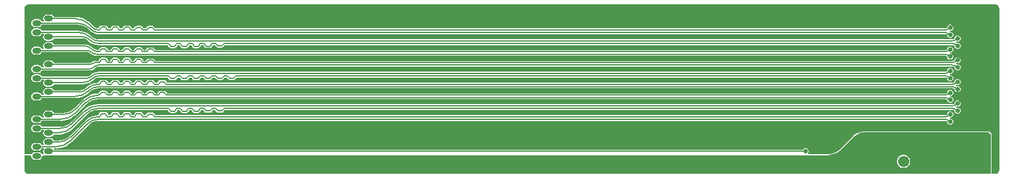
<source format=gbl>
G04*
G04 #@! TF.GenerationSoftware,Altium Limited,Altium Designer,22.3.1 (43)*
G04*
G04 Layer_Physical_Order=2*
G04 Layer_Color=16711680*
%FSLAX25Y25*%
%MOIN*%
G70*
G04*
G04 #@! TF.SameCoordinates,E818B628-65F0-44BA-8D72-483C3118F3C7*
G04*
G04*
G04 #@! TF.FilePolarity,Positive*
G04*
G01*
G75*
%ADD27C,0.04134*%
%ADD28C,0.06102*%
%ADD29C,0.00700*%
%ADD31O,0.04921X0.03150*%
%ADD32C,0.02800*%
%ADD33C,0.02500*%
%ADD34C,0.01400*%
G36*
X591211Y371640D02*
D01*
X591697Y371551D01*
X592118Y371467D01*
X592886Y370953D01*
X593400Y370185D01*
X593488Y369743D01*
X593573Y369278D01*
X593573Y368778D01*
X593573Y281722D01*
X593573Y281722D01*
X593488Y281257D01*
X593400Y280815D01*
X592886Y280047D01*
X592118Y279533D01*
X591230Y279357D01*
X591211Y279360D01*
X589892D01*
X589392Y279361D01*
Y300687D01*
X589370Y300738D01*
X589381Y300792D01*
X589343Y300984D01*
X589312Y301030D01*
Y301086D01*
X589237Y301266D01*
X589198Y301305D01*
X589187Y301360D01*
X589114Y301470D01*
X589073Y301497D01*
X589055Y301543D01*
X588714Y301901D01*
X588707Y301904D01*
X588705Y301911D01*
X588670Y301925D01*
X588652Y301958D01*
X588276Y302245D01*
X588257Y302251D01*
X588246Y302267D01*
X588245Y302268D01*
X588192Y302278D01*
X588153Y302317D01*
X587860Y302438D01*
X587805D01*
X587759Y302469D01*
X587447Y302531D01*
X587393Y302520D01*
X587342Y302541D01*
X520008D01*
X519956Y302520D01*
X519902Y302531D01*
X517970Y302147D01*
X517924Y302116D01*
X517869D01*
X516049Y301362D01*
X516009Y301323D01*
X515955Y301312D01*
X514317Y300218D01*
X514286Y300171D01*
X514235Y300150D01*
X513539Y299454D01*
X513539Y299454D01*
X506906Y292821D01*
X506218Y292198D01*
X504666Y291160D01*
X502953Y290451D01*
X501122Y290087D01*
X500195Y290041D01*
X489745D01*
X489538Y290541D01*
X489656Y290659D01*
X489907Y291265D01*
Y291922D01*
X489656Y292528D01*
X489192Y292992D01*
X488585Y293243D01*
X487929D01*
X487322Y292992D01*
X486858Y292528D01*
X486830Y292460D01*
X80070Y292460D01*
X79893Y292744D01*
X80157Y293227D01*
X80927D01*
Y293205D01*
X82849Y293357D01*
X84724Y293807D01*
X86505Y294545D01*
X88149Y295552D01*
X89615Y296805D01*
X89615Y296805D01*
X89954Y297173D01*
X98751Y305970D01*
X98757Y305979D01*
X99897Y306915D01*
X101208Y307615D01*
X102629Y308047D01*
X104097Y308191D01*
X104108Y308189D01*
X563862Y308189D01*
X563851D01*
X563862Y308189D01*
X564350Y308189D01*
X564814Y308102D01*
X565107Y308043D01*
X565118Y308036D01*
Y307486D01*
X565369Y306880D01*
X565833Y306416D01*
X566439Y306165D01*
X567096D01*
X567702Y306416D01*
X568166Y306880D01*
X568418Y307486D01*
Y308143D01*
X568166Y308749D01*
X567702Y309213D01*
X567096Y309465D01*
X566548D01*
X566458Y309611D01*
X566529Y310027D01*
X566548Y310047D01*
X567096D01*
X567702Y310298D01*
X568166Y310762D01*
X568418Y311369D01*
Y312025D01*
X568166Y312632D01*
X567702Y313096D01*
X567096Y313347D01*
X566439D01*
X565833Y313096D01*
X565369Y312632D01*
X565118Y312025D01*
Y311475D01*
X565107Y311468D01*
X564362Y311320D01*
X564350Y311322D01*
X156055Y311322D01*
X156055Y311322D01*
X134808D01*
X134722Y311756D01*
X134392Y312249D01*
X133899Y312578D01*
X133318Y312694D01*
Y312681D01*
X131398D01*
Y312694D01*
X130817Y312578D01*
X130324Y312249D01*
X129994Y311756D01*
X129908Y311322D01*
X128852D01*
X128437Y311527D01*
X128322Y312108D01*
X127992Y312601D01*
X127499Y312930D01*
X126918Y313046D01*
Y313034D01*
X124998D01*
Y313046D01*
X124417Y312930D01*
X123924Y312601D01*
X123594Y312108D01*
X123479Y311527D01*
X123064Y311322D01*
X122452D01*
X122037Y311527D01*
X121922Y312108D01*
X121592Y312601D01*
X121099Y312930D01*
X120518Y313046D01*
Y313034D01*
X118598D01*
Y313046D01*
X118017Y312930D01*
X117524Y312601D01*
X117194Y312108D01*
X117079Y311527D01*
X116664Y311322D01*
X116052D01*
X115637Y311527D01*
X115522Y312108D01*
X115192Y312601D01*
X114699Y312930D01*
X114118Y313046D01*
Y313034D01*
X112198D01*
Y313046D01*
X111617Y312930D01*
X111124Y312601D01*
X110794Y312108D01*
X110679Y311527D01*
X110264Y311322D01*
X109652D01*
X109237Y311527D01*
X109122Y312108D01*
X108792Y312601D01*
X108299Y312930D01*
X107718Y313046D01*
Y313034D01*
X105798D01*
Y313046D01*
X105217Y312930D01*
X104724Y312601D01*
X104394Y312108D01*
X104323Y311750D01*
X104181Y311478D01*
X103865Y311320D01*
X102430Y311207D01*
X100794Y310814D01*
X99239Y310170D01*
X97804Y309291D01*
X96525Y308198D01*
X96536Y308187D01*
X96536Y308187D01*
X88485Y300135D01*
X88464Y300105D01*
X87107Y298990D01*
X85526Y298145D01*
X83810Y297625D01*
X82062Y297453D01*
X82026Y297460D01*
X79845D01*
X79424Y298089D01*
X78738Y298548D01*
X77928Y298709D01*
X76157D01*
X75347Y298548D01*
X74661Y298089D01*
X74202Y297403D01*
X74041Y296593D01*
X74202Y295784D01*
X74419Y295460D01*
X74151Y294960D01*
X73270D01*
X72849Y295589D01*
X72163Y296048D01*
X71354Y296209D01*
X69582D01*
X68772Y296048D01*
X68086Y295589D01*
X67628Y294903D01*
X67466Y294093D01*
X67628Y293284D01*
X68086Y292598D01*
X68772Y292139D01*
X69582Y291978D01*
X71354D01*
X72163Y292139D01*
X72849Y292598D01*
X73270Y293227D01*
X74151D01*
X74419Y292727D01*
X74202Y292403D01*
X74041Y291593D01*
X74202Y290784D01*
X74364Y290541D01*
X74097Y290041D01*
X73782D01*
X73774Y290038D01*
X73752Y290032D01*
X73729Y290039D01*
X73365Y289921D01*
X73091Y290228D01*
X72849Y290589D01*
X72163Y291048D01*
X71354Y291209D01*
X69582D01*
X68772Y291048D01*
X68086Y290589D01*
X67844Y290228D01*
X67571Y289921D01*
X67206Y290039D01*
X67183Y290032D01*
X67162Y290038D01*
X67153Y290041D01*
X63832D01*
Y369278D01*
X63828Y369298D01*
X64004Y370185D01*
X64518Y370953D01*
X65287Y371467D01*
X65728Y371555D01*
X66193Y371640D01*
X66694Y371640D01*
X590722Y371640D01*
X591211Y371640D01*
D02*
G37*
G36*
X587653Y301938D02*
X587946Y301817D01*
X587947Y301816D01*
X588322Y301528D01*
Y301528D01*
X588663Y301170D01*
X588737Y301059D01*
X588812Y300879D01*
X588850Y300687D01*
Y279360D01*
X66694Y279360D01*
X66193Y279360D01*
X65729Y279445D01*
X65287Y279533D01*
X64518Y280047D01*
X64004Y280815D01*
X63916Y281257D01*
X63832Y281722D01*
X63832D01*
Y289500D01*
X67153D01*
X67470Y289113D01*
X67466Y289093D01*
X67628Y288284D01*
X68086Y287598D01*
X68772Y287139D01*
X69582Y286978D01*
X71354D01*
X72163Y287139D01*
X72849Y287598D01*
X73308Y288284D01*
X73469Y289093D01*
X73465Y289113D01*
X73782Y289500D01*
X76046D01*
X76157Y289478D01*
X77928D01*
X78039Y289500D01*
X500208D01*
X501188Y289548D01*
X503111Y289931D01*
X504922Y290681D01*
X506552Y291770D01*
X507279Y292429D01*
Y292429D01*
X513921Y299071D01*
X514618Y299767D01*
X516256Y300862D01*
X518076Y301616D01*
X520008Y302000D01*
X587342D01*
X587653Y301938D01*
D02*
G37*
%LPC*%
G36*
X77928Y366079D02*
X76157D01*
X75347Y365918D01*
X74661Y365459D01*
X74202Y364773D01*
X74041Y363963D01*
X74202Y363154D01*
X74419Y362830D01*
X74151Y362330D01*
X73270D01*
X72849Y362959D01*
X72163Y363418D01*
X71354Y363579D01*
X69582D01*
X68772Y363418D01*
X68086Y362959D01*
X67628Y362273D01*
X67466Y361463D01*
X67628Y360654D01*
X68086Y359967D01*
X68772Y359509D01*
X69582Y359348D01*
X71354D01*
X72163Y359509D01*
X72849Y359967D01*
X73270Y360597D01*
X92384D01*
X92420Y360604D01*
X94168Y360432D01*
X95883Y359911D01*
X97464Y359066D01*
X98822Y357952D01*
X98842Y357922D01*
X99366Y357397D01*
X99355Y357386D01*
X100374Y356550D01*
X101536Y355929D01*
X102797Y355547D01*
X104108Y355418D01*
Y355433D01*
X564350D01*
X564362Y355436D01*
X565107Y355287D01*
X565118Y355280D01*
Y354731D01*
X565369Y354124D01*
X565833Y353660D01*
X566439Y353409D01*
X567096D01*
X567702Y353660D01*
X568166Y354124D01*
X568418Y354731D01*
Y355387D01*
X568166Y355993D01*
X567702Y356457D01*
X567096Y356709D01*
X566548D01*
X566458Y356855D01*
X566529Y357271D01*
X566548Y357291D01*
X567096D01*
X567702Y357542D01*
X568166Y358007D01*
X568418Y358613D01*
Y359269D01*
X568166Y359876D01*
X567702Y360340D01*
X567096Y360591D01*
X566439D01*
X565833Y360340D01*
X565369Y359876D01*
X565118Y359269D01*
Y358719D01*
X565107Y358712D01*
X564362Y358564D01*
X564350Y358567D01*
X134804D01*
X134722Y358981D01*
X134392Y359474D01*
X133899Y359804D01*
X133318Y359919D01*
Y359907D01*
X131398D01*
Y359919D01*
X130817Y359804D01*
X130324Y359474D01*
X129994Y358981D01*
X129912Y358567D01*
X128419D01*
X128322Y359056D01*
X127992Y359549D01*
X127499Y359879D01*
X126918Y359994D01*
Y359982D01*
X124998D01*
Y359994D01*
X124417Y359879D01*
X123924Y359549D01*
X123594Y359056D01*
X123497Y358567D01*
X122520D01*
X122037Y358608D01*
X121922Y359189D01*
X121592Y359682D01*
X121099Y360011D01*
X120518Y360127D01*
Y360114D01*
X118598D01*
Y360127D01*
X118017Y360011D01*
X117524Y359682D01*
X117194Y359189D01*
X117079Y358608D01*
X116596Y358567D01*
X116120D01*
X115637Y358608D01*
X115522Y359189D01*
X115192Y359682D01*
X114699Y360011D01*
X114118Y360127D01*
Y360114D01*
X112198D01*
Y360127D01*
X111617Y360011D01*
X111124Y359682D01*
X110794Y359189D01*
X110679Y358608D01*
X110196Y358567D01*
X109720D01*
X109237Y358608D01*
X109122Y359189D01*
X108792Y359682D01*
X108299Y360011D01*
X107718Y360127D01*
Y360114D01*
X105798D01*
Y360127D01*
X105217Y360011D01*
X104724Y359682D01*
X104394Y359189D01*
X104351Y358969D01*
X104132Y358609D01*
X103781Y358612D01*
X103184Y358691D01*
X102323Y359048D01*
X101584Y359615D01*
X101582Y359613D01*
X101582Y359613D01*
X100311Y360884D01*
X99973Y361252D01*
X99973Y361252D01*
X98506Y362505D01*
X96863Y363512D01*
X95081Y364250D01*
X93206Y364700D01*
X91284Y364851D01*
Y364830D01*
X79845D01*
X79424Y365459D01*
X78738Y365918D01*
X77928Y366079D01*
D02*
G37*
G36*
X71354Y358579D02*
X69582D01*
X68772Y358418D01*
X68086Y357959D01*
X67628Y357273D01*
X67466Y356463D01*
X67628Y355654D01*
X68086Y354967D01*
X68772Y354509D01*
X69582Y354348D01*
X71354D01*
X72163Y354509D01*
X72849Y354967D01*
X73270Y355597D01*
X74151D01*
X74419Y355097D01*
X74202Y354773D01*
X74041Y353963D01*
X74202Y353154D01*
X74661Y352467D01*
X75347Y352009D01*
X76157Y351848D01*
X77928D01*
X78738Y352009D01*
X79424Y352467D01*
X79845Y353097D01*
X95492D01*
X95497Y353098D01*
X96552Y352959D01*
X97540Y352550D01*
X98002Y352195D01*
X98372Y351881D01*
X99601Y350872D01*
X101004Y350123D01*
X102525Y349661D01*
X104108Y349505D01*
Y349528D01*
X141516D01*
X141926Y349312D01*
X142042Y348730D01*
X142371Y348237D01*
X142864Y347908D01*
X143445Y347792D01*
Y347805D01*
X145365D01*
Y347792D01*
X145947Y347908D01*
X146439Y348237D01*
X146769Y348730D01*
X146884Y349312D01*
X147295Y349528D01*
X147915D01*
X148326Y349312D01*
X148442Y348730D01*
X148771Y348237D01*
X149264Y347908D01*
X149845Y347792D01*
Y347805D01*
X151765D01*
Y347792D01*
X152347Y347908D01*
X152839Y348237D01*
X153169Y348730D01*
X153284Y349312D01*
X153695Y349528D01*
X154315D01*
X154726Y349312D01*
X154842Y348730D01*
X155171Y348237D01*
X155664Y347908D01*
X156245Y347792D01*
Y347805D01*
X158165D01*
Y347792D01*
X158747Y347908D01*
X159239Y348237D01*
X159569Y348730D01*
X159684Y349312D01*
X160095Y349528D01*
X160647D01*
X161126Y349476D01*
X161242Y348895D01*
X161571Y348402D01*
X162064Y348073D01*
X162645Y347957D01*
Y347970D01*
X164565D01*
Y347957D01*
X165147Y348073D01*
X165639Y348402D01*
X165969Y348895D01*
X166084Y349476D01*
X166563Y349528D01*
X167559D01*
X167642Y349113D01*
X167971Y348620D01*
X168464Y348291D01*
X169045Y348175D01*
Y348188D01*
X170965D01*
Y348175D01*
X171546Y348291D01*
X172039Y348620D01*
X172369Y349113D01*
X172451Y349528D01*
X567771D01*
Y349523D01*
X568642Y349409D01*
X569117Y349212D01*
Y348825D01*
X569369Y348218D01*
X569833Y347754D01*
X570439Y347503D01*
X571096D01*
X571702Y347754D01*
X572166Y348218D01*
X572417Y348825D01*
Y349481D01*
X572166Y350088D01*
X571702Y350552D01*
X571096Y350803D01*
X570439D01*
X570189Y350699D01*
X569984Y350811D01*
Y351378D01*
X570189Y351490D01*
X570439Y351386D01*
X571096D01*
X571702Y351637D01*
X572166Y352101D01*
X572417Y352708D01*
Y353364D01*
X572166Y353970D01*
X571702Y354434D01*
X571096Y354686D01*
X570439D01*
X569833Y354434D01*
X569369Y353970D01*
X569117Y353364D01*
Y352977D01*
X568642Y352780D01*
X567771Y352666D01*
Y352661D01*
X104108D01*
X104080Y352656D01*
X102823Y352821D01*
X101625Y353317D01*
X100984Y353809D01*
X100615Y354125D01*
X100241Y354445D01*
X99303Y355246D01*
X97831Y356148D01*
X96236Y356809D01*
X94557Y357212D01*
X92836Y357347D01*
Y357330D01*
X73270D01*
X72849Y357959D01*
X72163Y358418D01*
X71354Y358579D01*
D02*
G37*
G36*
X77928Y351079D02*
X76157D01*
X75347Y350918D01*
X74661Y350459D01*
X74202Y349773D01*
X74041Y348963D01*
X74202Y348154D01*
X74387Y347877D01*
X74120Y347377D01*
X73239D01*
X72849Y347959D01*
X72163Y348418D01*
X71354Y348579D01*
X69582D01*
X68772Y348418D01*
X68086Y347959D01*
X67628Y347273D01*
X67466Y346463D01*
X67628Y345654D01*
X68086Y344968D01*
X68772Y344509D01*
X69582Y344348D01*
X71354D01*
X72163Y344509D01*
X72849Y344968D01*
X73301Y345643D01*
X98388D01*
Y345626D01*
X98716Y345561D01*
X98994Y345375D01*
X98997Y345378D01*
X99913Y344627D01*
X100956Y344069D01*
X102089Y343726D01*
X103267Y343610D01*
Y343622D01*
X564350D01*
X564362Y343624D01*
X565107Y343476D01*
X565118Y343469D01*
Y342919D01*
X565369Y342313D01*
X565833Y341849D01*
X566439Y341598D01*
X567096D01*
X567702Y341849D01*
X568166Y342313D01*
X568418Y342919D01*
Y343576D01*
X568166Y344182D01*
X567702Y344647D01*
X567096Y344898D01*
X566548D01*
X566458Y345044D01*
X566529Y345460D01*
X566548Y345480D01*
X567096D01*
X567702Y345731D01*
X568166Y346196D01*
X568418Y346802D01*
Y347458D01*
X568166Y348065D01*
X567702Y348529D01*
X567096Y348780D01*
X566439D01*
X565833Y348529D01*
X565369Y348065D01*
X565118Y347458D01*
Y346908D01*
X565107Y346901D01*
X564362Y346753D01*
X564350Y346756D01*
X141849Y346756D01*
X141849Y346756D01*
X141499Y346756D01*
X134825Y346756D01*
X134722Y347274D01*
X134392Y347766D01*
X133899Y348096D01*
X133318Y348212D01*
Y348199D01*
X131398D01*
Y348212D01*
X130817Y348096D01*
X130324Y347766D01*
X129994Y347274D01*
X129891Y346756D01*
X128936D01*
X128437Y346759D01*
X128322Y347341D01*
X127992Y347833D01*
X127499Y348163D01*
X126918Y348278D01*
Y348266D01*
X124998D01*
Y348278D01*
X124417Y348163D01*
X123924Y347833D01*
X123594Y347341D01*
X123479Y346759D01*
X122980Y346756D01*
X122536D01*
X122037Y346759D01*
X121922Y347341D01*
X121592Y347833D01*
X121099Y348163D01*
X120518Y348278D01*
Y348266D01*
X118598D01*
Y348278D01*
X118017Y348163D01*
X117524Y347833D01*
X117194Y347341D01*
X117079Y346759D01*
X116580Y346756D01*
X116136D01*
X115637Y346759D01*
X115522Y347341D01*
X115192Y347833D01*
X114699Y348163D01*
X114118Y348278D01*
Y348266D01*
X112198D01*
Y348278D01*
X111617Y348163D01*
X111124Y347833D01*
X110794Y347341D01*
X110679Y346759D01*
X110180Y346756D01*
X109736D01*
X109237Y346759D01*
X109122Y347341D01*
X108792Y347833D01*
X108299Y348163D01*
X107718Y348278D01*
Y348266D01*
X105798D01*
Y348278D01*
X105217Y348163D01*
X104724Y347833D01*
X104394Y347341D01*
X104279Y346760D01*
X104046Y346774D01*
X103792Y346791D01*
X102907Y346907D01*
X101788Y347371D01*
X101212Y347813D01*
X100839Y348121D01*
X100839Y348121D01*
X99949Y348852D01*
X98934Y349394D01*
X97831Y349729D01*
X96685Y349842D01*
Y349830D01*
X79845D01*
X79424Y350459D01*
X78738Y350918D01*
X77928Y351079D01*
D02*
G37*
G36*
X571096Y342875D02*
X570439D01*
X569833Y342623D01*
X569369Y342159D01*
X569117Y341553D01*
Y341166D01*
X568642Y340969D01*
X567771Y340855D01*
Y340850D01*
X134804D01*
X134722Y341265D01*
X134392Y341758D01*
X133899Y342087D01*
X133318Y342203D01*
Y342190D01*
X131398D01*
Y342203D01*
X130817Y342087D01*
X130324Y341758D01*
X129994Y341265D01*
X129912Y340850D01*
X128892D01*
X128437Y340960D01*
X128322Y341541D01*
X127992Y342034D01*
X127499Y342363D01*
X126918Y342479D01*
Y342466D01*
X124998D01*
Y342479D01*
X124417Y342363D01*
X123924Y342034D01*
X123594Y341541D01*
X123479Y340960D01*
X123024Y340850D01*
X122456D01*
X122037Y341047D01*
X121922Y341628D01*
X121592Y342121D01*
X121099Y342450D01*
X120518Y342566D01*
Y342554D01*
X118598D01*
Y342566D01*
X118017Y342450D01*
X117524Y342121D01*
X117194Y341628D01*
X117079Y341047D01*
X116660Y340850D01*
X116056D01*
X115637Y341047D01*
X115522Y341628D01*
X115192Y342121D01*
X114699Y342450D01*
X114118Y342566D01*
Y342554D01*
X112198D01*
Y342566D01*
X111617Y342450D01*
X111124Y342121D01*
X110794Y341628D01*
X110679Y341047D01*
X110260Y340850D01*
X109656D01*
X109237Y341047D01*
X109122Y341628D01*
X108792Y342121D01*
X108299Y342450D01*
X107718Y342566D01*
Y342554D01*
X105798D01*
Y342566D01*
X105217Y342450D01*
X104724Y342121D01*
X104394Y341628D01*
X104279Y341047D01*
X103860Y340850D01*
X102160D01*
Y340882D01*
X101184Y340688D01*
X100357Y340136D01*
X100357Y340136D01*
X99956Y339897D01*
X99697Y339845D01*
Y339830D01*
X79845D01*
X79424Y340459D01*
X78738Y340918D01*
X77928Y341079D01*
X76157D01*
X75347Y340918D01*
X74661Y340459D01*
X74202Y339773D01*
X74041Y338963D01*
X74202Y338154D01*
X74419Y337830D01*
X74151Y337330D01*
X73270D01*
X72849Y337959D01*
X72163Y338418D01*
X71354Y338579D01*
X69582D01*
X68772Y338418D01*
X68086Y337959D01*
X67628Y337273D01*
X67466Y336463D01*
X67628Y335654D01*
X68086Y334967D01*
X68772Y334509D01*
X69582Y334348D01*
X71354D01*
X72163Y334509D01*
X72849Y334967D01*
X73270Y335597D01*
X98990D01*
Y335576D01*
X100136Y335726D01*
X101204Y336169D01*
X102120Y336872D01*
Y336872D01*
X102121Y336888D01*
X102697Y337329D01*
X103377Y337611D01*
X104108Y337707D01*
Y337717D01*
X104108Y337717D01*
X567771D01*
Y337712D01*
X568642Y337597D01*
X569117Y337401D01*
Y337014D01*
X569369Y336407D01*
X569833Y335943D01*
X570439Y335692D01*
X571096D01*
X571702Y335943D01*
X572166Y336407D01*
X572417Y337014D01*
Y337670D01*
X572166Y338277D01*
X571702Y338741D01*
X571096Y338992D01*
X570439D01*
X570189Y338888D01*
X569984Y339000D01*
Y339567D01*
X570189Y339679D01*
X570439Y339575D01*
X571096D01*
X571702Y339826D01*
X572166Y340290D01*
X572417Y340896D01*
Y341553D01*
X572166Y342159D01*
X571702Y342623D01*
X571096Y342875D01*
D02*
G37*
G36*
X567096Y336969D02*
X566439D01*
X565833Y336718D01*
X565369Y336254D01*
X565118Y335647D01*
Y335098D01*
X565107Y335090D01*
X564362Y334942D01*
X564350Y334945D01*
X104108D01*
Y334958D01*
X102878Y334837D01*
X101696Y334478D01*
X100607Y333896D01*
X99652Y333112D01*
Y333113D01*
X99652Y333109D01*
X99110Y332693D01*
X98476Y332430D01*
X97796Y332341D01*
Y332330D01*
X73270D01*
X72849Y332959D01*
X72163Y333418D01*
X71354Y333579D01*
X69582D01*
X68772Y333418D01*
X68086Y332959D01*
X67628Y332273D01*
X67466Y331463D01*
X67628Y330654D01*
X68086Y329967D01*
X68772Y329509D01*
X69582Y329348D01*
X71354D01*
X72163Y329509D01*
X72849Y329967D01*
X73270Y330597D01*
X74151D01*
X74419Y330097D01*
X74202Y329773D01*
X74041Y328963D01*
X74202Y328154D01*
X74661Y327467D01*
X75347Y327009D01*
X76157Y326848D01*
X77928D01*
X78738Y327009D01*
X79424Y327467D01*
X79845Y328097D01*
X95140D01*
Y328067D01*
X97005Y328251D01*
X98798Y328795D01*
X100450Y329678D01*
X101898Y330866D01*
Y330866D01*
X101900Y330897D01*
X102534Y331383D01*
X103293Y331698D01*
X104108Y331805D01*
Y331811D01*
X141954D01*
X142042Y331369D01*
X142371Y330876D01*
X142864Y330546D01*
X143445Y330431D01*
Y330443D01*
X145365D01*
Y330431D01*
X145947Y330546D01*
X146439Y330876D01*
X146769Y331369D01*
X146857Y331811D01*
X148354D01*
X148442Y331369D01*
X148771Y330876D01*
X149264Y330546D01*
X149845Y330431D01*
Y330443D01*
X151765D01*
Y330431D01*
X152347Y330546D01*
X152839Y330876D01*
X153169Y331369D01*
X153257Y331811D01*
X154753D01*
X154842Y331369D01*
X155171Y330876D01*
X155664Y330546D01*
X156245Y330431D01*
Y330443D01*
X158165D01*
Y330431D01*
X158747Y330546D01*
X159239Y330876D01*
X159569Y331369D01*
X159657Y331811D01*
X161169D01*
X161242Y331444D01*
X161571Y330951D01*
X162064Y330622D01*
X162645Y330506D01*
Y330519D01*
X164565D01*
Y330506D01*
X165147Y330622D01*
X165639Y330951D01*
X165969Y331444D01*
X166042Y331811D01*
X167571D01*
X167642Y331456D01*
X167971Y330963D01*
X168464Y330634D01*
X169045Y330519D01*
Y330531D01*
X170965D01*
Y330519D01*
X171546Y330634D01*
X172039Y330963D01*
X172369Y331456D01*
X172439Y331811D01*
X173959D01*
X174042Y331396D01*
X174371Y330904D01*
X174864Y330574D01*
X175445Y330459D01*
Y330471D01*
X177365D01*
Y330459D01*
X177946Y330574D01*
X178439Y330904D01*
X178769Y331396D01*
X178851Y331811D01*
X185041D01*
X185041Y331811D01*
X563862Y331811D01*
X563851D01*
X563862Y331811D01*
X564350Y331811D01*
X564814Y331724D01*
X565107Y331665D01*
X565118Y331658D01*
Y331108D01*
X565369Y330502D01*
X565833Y330038D01*
X566439Y329787D01*
X567096D01*
X567702Y330038D01*
X568166Y330502D01*
X568418Y331108D01*
Y331765D01*
X568166Y332371D01*
X567702Y332835D01*
X567096Y333087D01*
X566548D01*
X566458Y333233D01*
X566529Y333649D01*
X566548Y333669D01*
X567096D01*
X567702Y333920D01*
X568166Y334384D01*
X568418Y334991D01*
Y335647D01*
X568166Y336254D01*
X567702Y336718D01*
X567096Y336969D01*
D02*
G37*
G36*
X571096Y331064D02*
X570439D01*
X569833Y330812D01*
X569369Y330348D01*
X569117Y329742D01*
Y329355D01*
X568642Y329158D01*
X567771Y329044D01*
Y329039D01*
X141204D01*
X141122Y329454D01*
X140792Y329947D01*
X140299Y330276D01*
X139718Y330392D01*
Y330379D01*
X137798D01*
Y330392D01*
X137217Y330276D01*
X136724Y329947D01*
X136395Y329454D01*
X136312Y329039D01*
X134813D01*
X134722Y329501D01*
X134392Y329994D01*
X133899Y330323D01*
X133318Y330439D01*
Y330427D01*
X131398D01*
Y330439D01*
X130817Y330323D01*
X130324Y329994D01*
X129994Y329501D01*
X129903Y329039D01*
X128431D01*
X128322Y329589D01*
X127992Y330082D01*
X127499Y330411D01*
X126918Y330527D01*
Y330514D01*
X124998D01*
Y330527D01*
X124417Y330411D01*
X123924Y330082D01*
X123594Y329589D01*
X123485Y329039D01*
X122031D01*
X121922Y329589D01*
X121592Y330082D01*
X121099Y330411D01*
X120518Y330527D01*
Y330514D01*
X118598D01*
Y330527D01*
X118017Y330411D01*
X117524Y330082D01*
X117194Y329589D01*
X117085Y329039D01*
X115631D01*
X115522Y329589D01*
X115192Y330082D01*
X114699Y330411D01*
X114118Y330527D01*
Y330514D01*
X112198D01*
Y330527D01*
X111617Y330411D01*
X111124Y330082D01*
X110794Y329589D01*
X110685Y329039D01*
X109231D01*
X109122Y329589D01*
X108792Y330082D01*
X108299Y330411D01*
X107718Y330527D01*
Y330514D01*
X105798D01*
Y330527D01*
X105217Y330411D01*
X104724Y330082D01*
X104394Y329589D01*
X104369Y329463D01*
X104108Y329071D01*
X102146Y328878D01*
X100259Y328305D01*
X98521Y327376D01*
X96997Y326125D01*
X96997Y326125D01*
X96631Y325800D01*
X96121Y325409D01*
X95072Y324974D01*
X93958Y324828D01*
X93947Y324830D01*
X79845D01*
X79424Y325459D01*
X78738Y325918D01*
X77928Y326079D01*
X76157D01*
X75347Y325918D01*
X74661Y325459D01*
X74202Y324773D01*
X74041Y323963D01*
X74202Y323154D01*
X74419Y322830D01*
X74151Y322330D01*
X73270D01*
X72849Y322959D01*
X72163Y323418D01*
X71354Y323579D01*
X69582D01*
X68772Y323418D01*
X68086Y322959D01*
X67628Y322273D01*
X67466Y321463D01*
X67628Y320654D01*
X68086Y319968D01*
X68772Y319509D01*
X69582Y319348D01*
X71354D01*
X72163Y319509D01*
X72849Y319968D01*
X73270Y320597D01*
X91291D01*
Y320579D01*
X93051Y320717D01*
X94768Y321129D01*
X96399Y321805D01*
X97905Y322728D01*
X99248Y323874D01*
Y323874D01*
X99249Y323898D01*
X100279Y324744D01*
X101471Y325381D01*
X102763Y325773D01*
X104108Y325905D01*
Y325906D01*
X567771D01*
Y325901D01*
X568642Y325786D01*
X569117Y325590D01*
Y325203D01*
X569369Y324597D01*
X569833Y324132D01*
X570439Y323881D01*
X571096D01*
X571702Y324132D01*
X572166Y324597D01*
X572417Y325203D01*
Y325859D01*
X572166Y326466D01*
X571702Y326930D01*
X571096Y327181D01*
X570439D01*
X570189Y327077D01*
X569984Y327188D01*
Y327756D01*
X570189Y327868D01*
X570439Y327764D01*
X571096D01*
X571702Y328015D01*
X572166Y328479D01*
X572417Y329085D01*
Y329742D01*
X572166Y330348D01*
X571702Y330812D01*
X571096Y331064D01*
D02*
G37*
G36*
X567096Y325158D02*
X566439D01*
X565833Y324907D01*
X565369Y324443D01*
X565118Y323836D01*
Y323287D01*
X565107Y323279D01*
X564362Y323131D01*
X564350Y323133D01*
X141204D01*
X141122Y323548D01*
X140792Y324041D01*
X140299Y324371D01*
X139718Y324486D01*
Y324474D01*
X137798D01*
Y324486D01*
X137217Y324371D01*
X136724Y324041D01*
X136395Y323548D01*
X136312Y323133D01*
X134821D01*
X134722Y323633D01*
X134392Y324126D01*
X133899Y324456D01*
X133318Y324571D01*
Y324559D01*
X131398D01*
Y324571D01*
X130817Y324456D01*
X130324Y324126D01*
X129994Y323633D01*
X129895Y323133D01*
X128433D01*
X128322Y323691D01*
X127992Y324184D01*
X127499Y324513D01*
X126918Y324629D01*
Y324616D01*
X124998D01*
Y324629D01*
X124417Y324513D01*
X123924Y324184D01*
X123594Y323691D01*
X123484Y323133D01*
X122032D01*
X121922Y323691D01*
X121592Y324184D01*
X121099Y324513D01*
X120518Y324629D01*
Y324616D01*
X118598D01*
Y324629D01*
X118017Y324513D01*
X117524Y324184D01*
X117194Y323691D01*
X117084Y323133D01*
X115632D01*
X115522Y323691D01*
X115192Y324184D01*
X114699Y324513D01*
X114118Y324629D01*
Y324616D01*
X112198D01*
Y324629D01*
X111617Y324513D01*
X111124Y324184D01*
X110794Y323691D01*
X110684Y323133D01*
X109232D01*
X109122Y323691D01*
X108792Y324184D01*
X108299Y324513D01*
X107718Y324629D01*
Y324616D01*
X105798D01*
Y324629D01*
X105217Y324513D01*
X104724Y324184D01*
X104394Y323691D01*
X104366Y323548D01*
X104108Y323155D01*
X102186Y323004D01*
X100311Y322553D01*
X98529Y321815D01*
X96885Y320808D01*
X95419Y319556D01*
X95434Y319541D01*
X95434Y319541D01*
X91029Y315135D01*
X91008Y315105D01*
X89650Y313990D01*
X88070Y313145D01*
X86354Y312625D01*
X84606Y312453D01*
X84570Y312460D01*
X79845D01*
X79424Y313089D01*
X78738Y313548D01*
X77928Y313709D01*
X76157D01*
X75347Y313548D01*
X74661Y313089D01*
X74202Y312403D01*
X74041Y311593D01*
X74202Y310784D01*
X74419Y310460D01*
X74151Y309960D01*
X73270D01*
X72849Y310589D01*
X72163Y311048D01*
X71354Y311209D01*
X69582D01*
X68772Y311048D01*
X68086Y310589D01*
X67628Y309903D01*
X67466Y309093D01*
X67628Y308284D01*
X68086Y307598D01*
X68772Y307139D01*
X69582Y306978D01*
X71354D01*
X72163Y307139D01*
X72849Y307598D01*
X73270Y308227D01*
X83470D01*
Y308206D01*
X85393Y308357D01*
X87268Y308807D01*
X89049Y309545D01*
X90693Y310552D01*
X92159Y311805D01*
X92144Y311820D01*
X92144Y311820D01*
X97650Y317325D01*
X97670Y317356D01*
X99028Y318470D01*
X100609Y319315D01*
X102324Y319835D01*
X104072Y320007D01*
X104108Y320000D01*
X564350D01*
X564362Y320003D01*
X565107Y319854D01*
X565118Y319847D01*
Y319297D01*
X565369Y318691D01*
X565833Y318227D01*
X566439Y317976D01*
X567096D01*
X567702Y318227D01*
X568166Y318691D01*
X568418Y319297D01*
Y319954D01*
X568166Y320560D01*
X567702Y321024D01*
X567096Y321276D01*
X566548D01*
X566458Y321422D01*
X566529Y321838D01*
X566548Y321858D01*
X567096D01*
X567702Y322109D01*
X568166Y322573D01*
X568418Y323180D01*
Y323836D01*
X568166Y324443D01*
X567702Y324907D01*
X567096Y325158D01*
D02*
G37*
G36*
X571096Y319253D02*
X570439D01*
X569833Y319001D01*
X569369Y318537D01*
X569117Y317931D01*
Y317544D01*
X568642Y317347D01*
X567771Y317232D01*
Y317228D01*
X104108D01*
Y317249D01*
X102186Y317098D01*
X100311Y316648D01*
X98529Y315910D01*
X96885Y314902D01*
X95419Y313650D01*
X95434Y313635D01*
X95434Y313635D01*
X89434Y307635D01*
X89414Y307605D01*
X88056Y306490D01*
X86475Y305645D01*
X84760Y305125D01*
X83012Y304953D01*
X82976Y304960D01*
X73270D01*
X72849Y305589D01*
X72163Y306048D01*
X71354Y306209D01*
X69582D01*
X68772Y306048D01*
X68086Y305589D01*
X67628Y304903D01*
X67466Y304093D01*
X67628Y303284D01*
X68086Y302598D01*
X68772Y302139D01*
X69582Y301978D01*
X71354D01*
X72163Y302139D01*
X72849Y302598D01*
X73270Y303227D01*
X74151D01*
X74419Y302727D01*
X74202Y302403D01*
X74041Y301593D01*
X74202Y300784D01*
X74661Y300098D01*
X75347Y299639D01*
X76157Y299478D01*
X77928D01*
X78738Y299639D01*
X79424Y300098D01*
X79845Y300727D01*
X81876D01*
Y300706D01*
X83798Y300857D01*
X85673Y301307D01*
X87454Y302045D01*
X89099Y303052D01*
X90565Y304305D01*
X90565Y304305D01*
X90903Y304673D01*
X97650Y311420D01*
X97670Y311450D01*
X99028Y312564D01*
X100609Y313409D01*
X102324Y313930D01*
X104072Y314102D01*
X104108Y314095D01*
X141446D01*
X141926Y314047D01*
X142042Y313465D01*
X142371Y312972D01*
X142864Y312643D01*
X143445Y312527D01*
Y312540D01*
X145365D01*
Y312527D01*
X145947Y312643D01*
X146439Y312972D01*
X146769Y313465D01*
X146884Y314047D01*
X147364Y314095D01*
X147846D01*
X148326Y314047D01*
X148442Y313465D01*
X148771Y312972D01*
X149264Y312643D01*
X149845Y312527D01*
Y312540D01*
X151765D01*
Y312527D01*
X152347Y312643D01*
X152839Y312972D01*
X153169Y313465D01*
X153284Y314047D01*
X153764Y314095D01*
X154246D01*
X154726Y314047D01*
X154842Y313465D01*
X155171Y312972D01*
X155664Y312643D01*
X156245Y312527D01*
Y312540D01*
X158165D01*
Y312527D01*
X158747Y312643D01*
X159239Y312972D01*
X159569Y313465D01*
X159684Y314047D01*
X160164Y314095D01*
X161156D01*
X161242Y313665D01*
X161571Y313172D01*
X162064Y312843D01*
X162645Y312727D01*
Y312740D01*
X164565D01*
Y312727D01*
X165147Y312843D01*
X165639Y313172D01*
X165969Y313665D01*
X166054Y314095D01*
X167559D01*
X167642Y313680D01*
X167971Y313187D01*
X168464Y312858D01*
X169045Y312742D01*
Y312755D01*
X170965D01*
Y312742D01*
X171546Y312858D01*
X172039Y313187D01*
X172369Y313680D01*
X172451Y314095D01*
X567771D01*
Y314090D01*
X568642Y313975D01*
X569117Y313779D01*
Y313392D01*
X569369Y312785D01*
X569833Y312321D01*
X570439Y312070D01*
X571096D01*
X571702Y312321D01*
X572166Y312785D01*
X572417Y313392D01*
Y314048D01*
X572166Y314655D01*
X571702Y315119D01*
X571096Y315370D01*
X570439D01*
X570189Y315266D01*
X569984Y315377D01*
Y315945D01*
X570189Y316056D01*
X570439Y315953D01*
X571096D01*
X571702Y316204D01*
X572166Y316668D01*
X572417Y317274D01*
Y317931D01*
X572166Y318537D01*
X571702Y319001D01*
X571096Y319253D01*
D02*
G37*
G36*
X541913Y289684D02*
X540978D01*
X540074Y289442D01*
X539265Y288975D01*
X538603Y288314D01*
X538136Y287504D01*
X537894Y286601D01*
Y285665D01*
X538136Y284762D01*
X538603Y283953D01*
X539265Y283291D01*
X540074Y282824D01*
X540978Y282582D01*
X541913D01*
X542816Y282824D01*
X543626Y283291D01*
X544287Y283953D01*
X544754Y284762D01*
X544996Y285665D01*
Y286601D01*
X544754Y287504D01*
X544287Y288314D01*
X543626Y288975D01*
X542816Y289442D01*
X541913Y289684D01*
D02*
G37*
%LPD*%
D27*
X541445Y364873D02*
D03*
D28*
Y286133D02*
D03*
D29*
X566358Y308224D02*
G03*
X564350Y309056I-2007J-2007D01*
G01*
X104108Y309056D02*
G03*
X98138Y306583I0J-8443D01*
G01*
X80927Y294093D02*
G03*
X88987Y297432I0J11400D01*
G01*
X104108Y310456D02*
G03*
X97149Y307574I0J-9843D01*
G01*
X82026Y296593D02*
G03*
X89097Y299522I0J10000D01*
G01*
X570767Y313720D02*
G03*
X567771Y314961I-2997J-2997D01*
G01*
X104108D02*
G03*
X97037Y312032I0J-10000D01*
G01*
X81876Y301593D02*
G03*
X89937Y304932I0J11400D01*
G01*
X567771Y316361D02*
G03*
X570767Y317603I0J4238D01*
G01*
X104108Y316361D02*
G03*
X96047Y313022I0J-11400D01*
G01*
X82976Y304093D02*
G03*
X90047Y307022I0J10000D01*
G01*
X566358Y320035D02*
G03*
X564350Y320867I-2007J-2007D01*
G01*
X104108D02*
G03*
X97037Y317938I0J-10000D01*
G01*
X83470Y309093D02*
G03*
X91531Y312432I0J11400D01*
G01*
X564350Y322267D02*
G03*
X566358Y323098I0J2839D01*
G01*
X104108Y322267D02*
G03*
X96047Y318928I0J-11400D01*
G01*
X84570Y311593D02*
G03*
X91641Y314522I0J10000D01*
G01*
X570767Y325531D02*
G03*
X567771Y326772I-2997J-2997D01*
G01*
X104108D02*
G03*
X98622Y324500I0J-7758D01*
G01*
X91291Y321463D02*
G03*
X98622Y324500I0J10368D01*
G01*
X567771Y328172D02*
G03*
X570767Y329414I0J4238D01*
G01*
X104108Y328172D02*
G03*
X97632Y325490I0J-9158D01*
G01*
X93947Y323963D02*
G03*
X97632Y325490I0J5212D01*
G01*
X566358Y331846D02*
G03*
X564350Y332678I-2007J-2007D01*
G01*
X104108D02*
G03*
X101264Y331500I0J-4022D01*
G01*
X95140Y328963D02*
G03*
X101264Y331500I0J8660D01*
G01*
X564350Y334078D02*
G03*
X566358Y334909I0J2839D01*
G01*
X104108Y334078D02*
G03*
X100274Y332490I0J-5421D01*
G01*
X97796Y331463D02*
G03*
X100275Y332490I0J3505D01*
G01*
X570767Y337342D02*
G03*
X567771Y338583I-2997J-2997D01*
G01*
X104108Y338583D02*
G03*
X101493Y337500I0J-3699D01*
G01*
X98990Y336463D02*
G03*
X101493Y337500I0J3539D01*
G01*
X567771Y339983D02*
G03*
X570767Y341225I0J4238D01*
G01*
X102160Y339983D02*
G03*
X100993Y339500I0J-1650D01*
G01*
X99697Y338963D02*
G03*
X100993Y339500I0J1832D01*
G01*
X566358Y343657D02*
G03*
X564350Y344489I-2007J-2007D01*
G01*
X99619Y346000D02*
G03*
X98388Y346510I-1231J-1231D01*
G01*
X99619Y346000D02*
G03*
X103267Y344489I3648J3648D01*
G01*
X564350Y345889D02*
G03*
X566358Y346720I0J2839D01*
G01*
X100218Y347500D02*
G03*
X96685Y348963I-3533J-3533D01*
G01*
X100218Y347500D02*
G03*
X104108Y345889I3890J3890D01*
G01*
X570767Y349153D02*
G03*
X567771Y350394I-2997J-2997D01*
G01*
X99000Y352510D02*
G03*
X95492Y353963I-3509J-3509D01*
G01*
X99000Y352510D02*
G03*
X104108Y350394I5108J5108D01*
G01*
X567771Y351794D02*
G03*
X570767Y353036I0J4238D01*
G01*
X99990Y353500D02*
G03*
X92836Y356463I-7154J-7154D01*
G01*
X99990Y353500D02*
G03*
X104108Y351794I4118J4118D01*
G01*
X566358Y355468D02*
G03*
X564350Y356300I-2007J-2007D01*
G01*
X566358Y355468D02*
G03*
X564350Y356300I-2007J-2007D01*
G01*
X99455Y358535D02*
G03*
X92384Y361463I-7071J-7071D01*
G01*
X99979Y358010D02*
G03*
X104108Y356300I4129J4129D01*
G01*
X564350Y357700D02*
G03*
X566358Y358531I0J2839D01*
G01*
X564350Y357700D02*
G03*
X566358Y358531I0J2839D01*
G01*
X99345Y360624D02*
G03*
X91284Y363963I-8061J-8061D01*
G01*
X100969Y359000D02*
G03*
X104108Y357700I3139J3139D01*
G01*
X133958Y358400D02*
G03*
X134658Y357700I700J0D01*
G01*
X133958Y358400D02*
G03*
X133318Y359040I-640J0D01*
G01*
X131398D02*
G03*
X130758Y358400I0J-640D01*
G01*
X130118Y357700D02*
G03*
X130758Y358340I0J640D01*
G01*
X127558D02*
G03*
X128198Y357700I640J0D01*
G01*
X127558Y358475D02*
G03*
X126918Y359115I-640J0D01*
G01*
X124998D02*
G03*
X124358Y358475I0J-640D01*
G01*
X123718Y357700D02*
G03*
X124358Y358340I0J640D01*
G01*
X121158D02*
G03*
X121798Y357700I640J0D01*
G01*
X121158Y358607D02*
G03*
X120518Y359247I-640J0D01*
G01*
X118598D02*
G03*
X117958Y358607I0J-640D01*
G01*
X117318Y357700D02*
G03*
X117958Y358340I0J640D01*
G01*
X114758D02*
G03*
X115398Y357700I640J0D01*
G01*
X114758Y358607D02*
G03*
X114118Y359247I-640J0D01*
G01*
X112198D02*
G03*
X111558Y358607I0J-640D01*
G01*
X110918Y357700D02*
G03*
X111558Y358340I0J640D01*
G01*
X108358D02*
G03*
X108998Y357700I640J0D01*
G01*
X108358Y358607D02*
G03*
X107718Y359247I-640J0D01*
G01*
X105798D02*
G03*
X105158Y358607I0J-640D01*
G01*
X104458Y357700D02*
G03*
X105158Y358400I0J700D01*
G01*
X104458Y322267D02*
G03*
X105158Y322967I0J700D01*
G01*
X105798Y323750D02*
G03*
X105158Y323110I0J-640D01*
G01*
X108358D02*
G03*
X107718Y323750I-640J0D01*
G01*
X108358Y322907D02*
G03*
X108998Y322267I640J0D01*
G01*
X110918D02*
G03*
X111558Y322907I0J640D01*
G01*
X112198Y323750D02*
G03*
X111558Y323110I0J-640D01*
G01*
X114758D02*
G03*
X114118Y323750I-640J0D01*
G01*
X114758Y322907D02*
G03*
X115398Y322267I640J0D01*
G01*
X117318D02*
G03*
X117958Y322907I0J640D01*
G01*
X118598Y323750D02*
G03*
X117958Y323110I0J-640D01*
G01*
X121158D02*
G03*
X120518Y323750I-640J0D01*
G01*
X121158Y322907D02*
G03*
X121798Y322267I640J0D01*
G01*
X123718D02*
G03*
X124358Y322907I0J640D01*
G01*
X124998Y323750D02*
G03*
X124358Y323110I0J-640D01*
G01*
X127558D02*
G03*
X126918Y323750I-640J0D01*
G01*
X127558Y322907D02*
G03*
X128198Y322267I640J0D01*
G01*
X130118D02*
G03*
X130758Y322907I0J640D01*
G01*
X131398Y323692D02*
G03*
X130758Y323052I0J-640D01*
G01*
X133958D02*
G03*
X133318Y323692I-640J0D01*
G01*
X133958Y322907D02*
G03*
X134598Y322267I640J0D01*
G01*
X136518D02*
G03*
X137158Y322907I0J640D01*
G01*
X137798Y323607D02*
G03*
X137158Y322967I0J-640D01*
G01*
X140358D02*
G03*
X139718Y323607I-640J0D01*
G01*
X140358Y322967D02*
G03*
X141058Y322267I700J0D01*
G01*
X104458Y310456D02*
G03*
X105158Y311156I0J700D01*
G01*
X105798Y312167D02*
G03*
X105158Y311527I0J-640D01*
G01*
X108358D02*
G03*
X107718Y312167I-640J0D01*
G01*
X108358Y311096D02*
G03*
X108998Y310456I640J0D01*
G01*
X110918D02*
G03*
X111558Y311096I0J640D01*
G01*
X112198Y312167D02*
G03*
X111558Y311527I0J-640D01*
G01*
X114758D02*
G03*
X114118Y312167I-640J0D01*
G01*
X114758Y311096D02*
G03*
X115398Y310456I640J0D01*
G01*
X117318D02*
G03*
X117958Y311096I0J640D01*
G01*
X118598Y312167D02*
G03*
X117958Y311527I0J-640D01*
G01*
X121158D02*
G03*
X120518Y312167I-640J0D01*
G01*
X121158Y311096D02*
G03*
X121798Y310456I640J0D01*
G01*
X123718D02*
G03*
X124358Y311096I0J640D01*
G01*
X124998Y312167D02*
G03*
X124358Y311527I0J-640D01*
G01*
X127558D02*
G03*
X126918Y312167I-640J0D01*
G01*
X127558Y311096D02*
G03*
X128198Y310456I640J0D01*
G01*
X130118D02*
G03*
X130758Y311096I0J640D01*
G01*
X131398Y311814D02*
G03*
X130758Y311174I0J-640D01*
G01*
X133958D02*
G03*
X133318Y311814I-640J0D01*
G01*
X133958Y311156D02*
G03*
X134658Y310456I700J0D01*
G01*
X142805Y349694D02*
G03*
X142105Y350394I-700J0D01*
G01*
X142805Y349312D02*
G03*
X143445Y348672I640J0D01*
G01*
X145365D02*
G03*
X146005Y349312I0J640D01*
G01*
X146645Y350394D02*
G03*
X146005Y349754I0J-640D01*
G01*
X149205D02*
G03*
X148565Y350394I-640J0D01*
G01*
X149205Y349312D02*
G03*
X149845Y348672I640J0D01*
G01*
X151765D02*
G03*
X152405Y349312I0J640D01*
G01*
X153045Y350394D02*
G03*
X152405Y349754I0J-640D01*
G01*
X155605D02*
G03*
X154965Y350394I-640J0D01*
G01*
X155605Y349312D02*
G03*
X156245Y348672I640J0D01*
G01*
X158165D02*
G03*
X158805Y349312I0J640D01*
G01*
X159445Y350394D02*
G03*
X158805Y349754I0J-640D01*
G01*
X162005D02*
G03*
X161365Y350394I-640J0D01*
G01*
X162005Y349476D02*
G03*
X162645Y348836I640J0D01*
G01*
X164565D02*
G03*
X165205Y349476I0J640D01*
G01*
X165845Y350394D02*
G03*
X165205Y349754I0J-640D01*
G01*
X168405D02*
G03*
X167765Y350394I-640J0D01*
G01*
X168405Y349694D02*
G03*
X169045Y349054I640J0D01*
G01*
X170965D02*
G03*
X171605Y349694I0J640D01*
G01*
X172305Y350394D02*
G03*
X171605Y349694I0J-700D01*
G01*
X142805Y314261D02*
G03*
X142105Y314961I-700J0D01*
G01*
X142805Y314047D02*
G03*
X143445Y313407I640J0D01*
G01*
X145365D02*
G03*
X146005Y314047I0J640D01*
G01*
X146645Y314961D02*
G03*
X146005Y314321I0J-640D01*
G01*
X149205D02*
G03*
X148565Y314961I-640J0D01*
G01*
X149205Y314047D02*
G03*
X149845Y313407I640J0D01*
G01*
X151765D02*
G03*
X152405Y314047I0J640D01*
G01*
X153045Y314961D02*
G03*
X152405Y314321I0J-640D01*
G01*
X155605D02*
G03*
X154965Y314961I-640J0D01*
G01*
X155605Y314047D02*
G03*
X156245Y313407I640J0D01*
G01*
X158165D02*
G03*
X158805Y314047I0J640D01*
G01*
X159445Y314961D02*
G03*
X158805Y314321I0J-640D01*
G01*
X162005D02*
G03*
X161365Y314961I-640J0D01*
G01*
X162005Y314247D02*
G03*
X162645Y313607I640J0D01*
G01*
X164565D02*
G03*
X165205Y314247I0J640D01*
G01*
X165845Y314961D02*
G03*
X165205Y314321I0J-640D01*
G01*
X168405D02*
G03*
X167765Y314961I-640J0D01*
G01*
X168405Y314261D02*
G03*
X169045Y313621I640J0D01*
G01*
X170965D02*
G03*
X171605Y314261I0J640D01*
G01*
X172305Y314961D02*
G03*
X171605Y314261I0J-700D01*
G01*
X142805Y331978D02*
G03*
X142105Y332678I-700J0D01*
G01*
X142805Y331950D02*
G03*
X143445Y331310I640J0D01*
G01*
X145365D02*
G03*
X146005Y331950I0J640D01*
G01*
X146645Y332678D02*
G03*
X146005Y332038I0J-640D01*
G01*
X149205D02*
G03*
X148565Y332678I-640J0D01*
G01*
X149205Y331950D02*
G03*
X149845Y331310I640J0D01*
G01*
X151765D02*
G03*
X152405Y331950I0J640D01*
G01*
X153045Y332678D02*
G03*
X152405Y332038I0J-640D01*
G01*
X155605D02*
G03*
X154965Y332678I-640J0D01*
G01*
X155605Y331950D02*
G03*
X156245Y331310I640J0D01*
G01*
X158165D02*
G03*
X158805Y331950I0J640D01*
G01*
X159445Y332678D02*
G03*
X158805Y332038I0J-640D01*
G01*
X162005D02*
G03*
X161365Y332678I-640J0D01*
G01*
X162005Y332025D02*
G03*
X162645Y331385I640J0D01*
G01*
X164565D02*
G03*
X165205Y332025I0J640D01*
G01*
X165845Y332678D02*
G03*
X165205Y332038I0J-640D01*
G01*
X168405D02*
G03*
X167765Y332678I-640J0D01*
G01*
X168405Y332038D02*
G03*
X169045Y331398I640J0D01*
G01*
X170965D02*
G03*
X171605Y332038I0J640D01*
G01*
X172245Y332678D02*
G03*
X171605Y332038I0J-640D01*
G01*
X174805D02*
G03*
X174165Y332678I-640J0D01*
G01*
X174805Y331978D02*
G03*
X175445Y331338I640J0D01*
G01*
X177365D02*
G03*
X178005Y331978I0J640D01*
G01*
X178705Y332678D02*
G03*
X178005Y331978I0J-700D01*
G01*
X104458Y339983D02*
G03*
X105158Y340683I0J700D01*
G01*
X105798Y341687D02*
G03*
X105158Y341047I0J-640D01*
G01*
X108358D02*
G03*
X107718Y341687I-640J0D01*
G01*
X108358Y340623D02*
G03*
X108998Y339983I640J0D01*
G01*
X110918D02*
G03*
X111558Y340623I0J640D01*
G01*
X112198Y341687D02*
G03*
X111558Y341047I0J-640D01*
G01*
X114758D02*
G03*
X114118Y341687I-640J0D01*
G01*
X114758Y340623D02*
G03*
X115398Y339983I640J0D01*
G01*
X117318D02*
G03*
X117958Y340623I0J640D01*
G01*
X118598Y341687D02*
G03*
X117958Y341047I0J-640D01*
G01*
X121158D02*
G03*
X120518Y341687I-640J0D01*
G01*
X121158Y340623D02*
G03*
X121798Y339983I640J0D01*
G01*
X123718D02*
G03*
X124358Y340623I0J640D01*
G01*
X124998Y341599D02*
G03*
X124358Y340959I0J-640D01*
G01*
X127558D02*
G03*
X126918Y341599I-640J0D01*
G01*
X127558Y340623D02*
G03*
X128198Y339983I640J0D01*
G01*
X130118D02*
G03*
X130758Y340623I0J640D01*
G01*
X131398Y341323D02*
G03*
X130758Y340684I0J-640D01*
G01*
X133958D02*
G03*
X133318Y341323I-640J0D01*
G01*
X133958Y340683D02*
G03*
X134658Y339983I700J0D01*
G01*
X104458Y328172D02*
G03*
X105158Y328872I0J700D01*
G01*
X105798Y329647D02*
G03*
X105158Y329007I0J-640D01*
G01*
X108358D02*
G03*
X107718Y329647I-640J0D01*
G01*
X108358Y328812D02*
G03*
X108998Y328172I640J0D01*
G01*
X110918D02*
G03*
X111558Y328812I0J640D01*
G01*
X112198Y329647D02*
G03*
X111558Y329007I0J-640D01*
G01*
X114758D02*
G03*
X114118Y329647I-640J0D01*
G01*
X114758Y328812D02*
G03*
X115398Y328172I640J0D01*
G01*
X117318D02*
G03*
X117958Y328812I0J640D01*
G01*
X118598Y329647D02*
G03*
X117958Y329007I0J-640D01*
G01*
X121158D02*
G03*
X120518Y329647I-640J0D01*
G01*
X121158Y328812D02*
G03*
X121798Y328172I640J0D01*
G01*
X123718D02*
G03*
X124358Y328812I0J640D01*
G01*
X124998Y329647D02*
G03*
X124358Y329007I0J-640D01*
G01*
X127558D02*
G03*
X126918Y329647I-640J0D01*
G01*
X127558Y328812D02*
G03*
X128198Y328172I640J0D01*
G01*
X130118D02*
G03*
X130758Y328812I0J640D01*
G01*
X131398Y329560D02*
G03*
X130758Y328920I0J-640D01*
G01*
X133958D02*
G03*
X133318Y329560I-640J0D01*
G01*
X133958Y328812D02*
G03*
X134598Y328172I640J0D01*
G01*
X136518D02*
G03*
X137158Y328812I0J640D01*
G01*
X137798Y329513D02*
G03*
X137158Y328872I0J-640D01*
G01*
X140358D02*
G03*
X139718Y329513I-640J0D01*
G01*
X140358Y328872D02*
G03*
X141058Y328172I700J0D01*
G01*
X104458Y345889D02*
G03*
X105158Y346589I0J700D01*
G01*
X105798Y347399D02*
G03*
X105158Y346759I0J-640D01*
G01*
X108358D02*
G03*
X107718Y347399I-640J0D01*
G01*
X108358Y346529D02*
G03*
X108998Y345889I640J0D01*
G01*
X110918D02*
G03*
X111558Y346529I0J640D01*
G01*
X112198Y347399D02*
G03*
X111558Y346759I0J-640D01*
G01*
X114758D02*
G03*
X114118Y347399I-640J0D01*
G01*
X114758Y346529D02*
G03*
X115398Y345889I640J0D01*
G01*
X117318D02*
G03*
X117958Y346529I0J640D01*
G01*
X118598Y347399D02*
G03*
X117958Y346759I0J-640D01*
G01*
X121158D02*
G03*
X120518Y347399I-640J0D01*
G01*
X121158Y346529D02*
G03*
X121798Y345889I640J0D01*
G01*
X123718D02*
G03*
X124358Y346529I0J640D01*
G01*
X124998Y347399D02*
G03*
X124358Y346759I0J-640D01*
G01*
X127558D02*
G03*
X126918Y347399I-640J0D01*
G01*
X127558Y346529D02*
G03*
X128198Y345889I640J0D01*
G01*
X130118D02*
G03*
X130758Y346529I0J640D01*
G01*
X131398Y347332D02*
G03*
X130758Y346692I0J-640D01*
G01*
X133958D02*
G03*
X133318Y347332I-640J0D01*
G01*
X133958Y346589D02*
G03*
X134658Y345889I700J0D01*
G01*
X564350Y310456D02*
G03*
X566719Y311729I0J2839D01*
G01*
X566358Y308224D02*
X566768Y307815D01*
X104108Y309056D02*
X564350Y309056D01*
X104108Y309056D02*
X104108D01*
X71255Y294093D02*
X80927D01*
X89097Y299522D02*
X97149Y307574D01*
X76255Y296593D02*
X82026D01*
X175112Y314961D02*
X567771D01*
X104108D02*
X138555D01*
X76255Y301593D02*
X81876D01*
X104108Y316361D02*
X567771D01*
X90047Y307022D02*
X96047Y313022D01*
X71255Y304093D02*
X82976D01*
X566358Y320035D02*
X566768Y319626D01*
X104108Y320867D02*
X564350D01*
X71255Y309093D02*
X83470D01*
X566358Y323098D02*
X566768Y323508D01*
X153468Y322267D02*
X564350D01*
X91641Y314522D02*
X96047Y318928D01*
X76255Y311593D02*
X84570D01*
X104108Y326772D02*
X567771D01*
X71255Y321463D02*
X91291D01*
X144111Y328172D02*
X567771D01*
X76255Y323963D02*
X93947D01*
X185041Y332678D02*
X564350Y332678D01*
X566358Y331846D02*
X566768Y331437D01*
X104108Y332678D02*
X138555D01*
X76255Y328963D02*
X95140D01*
X566358Y334909D02*
X566768Y335319D01*
X104108Y334078D02*
X564350D01*
X71255Y331463D02*
X97796D01*
X104108Y338583D02*
X104108Y338583D01*
X567771D01*
X71255Y336463D02*
X98990D01*
X148332Y339983D02*
X567771D01*
X146516D02*
X148332D01*
X102160D02*
X104458D01*
X76255Y338963D02*
X99697D01*
X564350Y344489D02*
X564350Y344489D01*
X566358Y343657D02*
X566768Y343248D01*
X71255Y346510D02*
X98388D01*
X564350Y344489D02*
X564350D01*
X103267D02*
X564350D01*
X566358Y346720D02*
X566768Y347130D01*
X76255Y348963D02*
X96685D01*
X104108Y345889D02*
X104458D01*
X179055Y350394D02*
X567771D01*
X76255Y353963D02*
X95492D01*
X104108Y350394D02*
X138555D01*
X71255Y356463D02*
X92836D01*
X104108Y351794D02*
X567771D01*
X566358Y355468D02*
X566768Y355059D01*
X99455Y358535D02*
X99979Y358010D01*
X71255Y361463D02*
X92384D01*
X104108Y356300D02*
X564350D01*
X566358Y358531D02*
X566768Y358941D01*
X139558Y357700D02*
X564350D01*
X99345Y360624D02*
X100969Y359000D01*
X76255Y363963D02*
X91284D01*
X134658Y357700D02*
X139558D01*
X133958Y358400D02*
Y358400D01*
X131398Y359040D02*
X133318D01*
X130758Y358340D02*
Y358400D01*
X128198Y357700D02*
X130118D01*
X127558Y358340D02*
Y358475D01*
X124998Y359115D02*
X126918D01*
X124358Y358340D02*
Y358475D01*
X121798Y357700D02*
X123718D01*
X121158Y358340D02*
Y358607D01*
X118598Y359247D02*
X120518D01*
X117958Y358340D02*
Y358607D01*
X115398Y357700D02*
X117318D01*
X114758Y358340D02*
Y358607D01*
X112198Y359247D02*
X114118D01*
X111558Y358340D02*
Y358607D01*
X108998Y357700D02*
X110918D01*
X108358Y358340D02*
Y358607D01*
X105798Y359247D02*
X107718D01*
X105158Y358400D02*
Y358607D01*
X104108Y357700D02*
X104458D01*
X104108Y357700D02*
X104108Y357700D01*
X104108Y322267D02*
X104458D01*
X105158Y322967D02*
Y323110D01*
X105798Y323750D02*
X107718D01*
X108358Y322907D02*
Y323110D01*
X108998Y322267D02*
X110918D01*
X111558Y322907D02*
Y323110D01*
X112198Y323750D02*
X114118D01*
X114758Y322907D02*
Y323110D01*
X115398Y322267D02*
X117318D01*
X117958Y322907D02*
Y323110D01*
X118598Y323750D02*
X120518D01*
X121158Y322907D02*
Y323110D01*
X121798Y322267D02*
X123718D01*
X124358Y322907D02*
Y323110D01*
X124998Y323750D02*
X126918D01*
X127558Y322907D02*
Y323110D01*
X128198Y322267D02*
X130118D01*
X130758Y322907D02*
Y323052D01*
X131398Y323692D02*
X133318D01*
X133958Y322907D02*
Y323052D01*
X134598Y322267D02*
X136518D01*
X137158Y322907D02*
Y322967D01*
X137798Y323607D02*
X139718D01*
X140358Y322967D02*
Y322967D01*
X141058Y322267D02*
X153468D01*
X104108Y310456D02*
X104458D01*
X105158Y311156D02*
Y311527D01*
X105798Y312167D02*
X107718D01*
X108358Y311096D02*
Y311527D01*
X108998Y310456D02*
X110918D01*
X111558Y311096D02*
Y311527D01*
X112198Y312167D02*
X114118D01*
X114758Y311096D02*
Y311527D01*
X115398Y310456D02*
X117318D01*
X117958Y311096D02*
Y311527D01*
X118598Y312167D02*
X120518D01*
X121158Y311096D02*
Y311527D01*
X121798Y310456D02*
X123718D01*
X124358Y311096D02*
Y311527D01*
X124998Y312167D02*
X126918D01*
X127558Y311096D02*
Y311527D01*
X128198Y310456D02*
X130118D01*
X130758Y311096D02*
Y311174D01*
X131398Y311814D02*
X133318D01*
X133958Y311156D02*
Y311174D01*
X134658Y310456D02*
X152435D01*
X138555Y350394D02*
X142105D01*
X142805Y349312D02*
Y349694D01*
X143445Y348672D02*
X145365D01*
X146005Y349312D02*
Y349754D01*
X146645Y350394D02*
X148565D01*
X149205Y349312D02*
Y349754D01*
X149845Y348672D02*
X151765D01*
X152405Y349312D02*
Y349754D01*
X153045Y350394D02*
X154965D01*
X155605Y349312D02*
Y349754D01*
X156245Y348672D02*
X158165D01*
X158805Y349312D02*
Y349754D01*
X159445Y350394D02*
X161365D01*
X162005Y349476D02*
Y349754D01*
X162645Y348836D02*
X164565D01*
X165205Y349476D02*
Y349754D01*
X165845Y350394D02*
X167765D01*
X168405Y349694D02*
Y349754D01*
X169045Y349054D02*
X170965D01*
X171605Y349694D02*
Y349694D01*
X172305Y350394D02*
X179055D01*
X138555Y314961D02*
X142105D01*
X142805Y314047D02*
Y314261D01*
X143445Y313407D02*
X145365D01*
X146005Y314047D02*
Y314321D01*
X146645Y314961D02*
X148565D01*
X149205Y314047D02*
Y314321D01*
X149845Y313407D02*
X151765D01*
X152405Y314047D02*
Y314321D01*
X153045Y314961D02*
X154965D01*
X155605Y314047D02*
Y314321D01*
X156245Y313407D02*
X158165D01*
X158805Y314047D02*
Y314321D01*
X159445Y314961D02*
X161365D01*
X162005Y314247D02*
Y314321D01*
X162645Y313607D02*
X164565D01*
X165205Y314247D02*
Y314321D01*
X165845Y314961D02*
X167765D01*
X168405Y314261D02*
Y314321D01*
X169045Y313621D02*
X170965D01*
X171605Y314261D02*
Y314261D01*
X172305Y314961D02*
X175112D01*
X138555Y332678D02*
X142105D01*
X142805Y331950D02*
Y331978D01*
X143445Y331310D02*
X145365D01*
X146005Y331950D02*
Y332038D01*
X146645Y332678D02*
X148565D01*
X149205Y331950D02*
Y332038D01*
X149845Y331310D02*
X151765D01*
X152405Y331950D02*
Y332038D01*
X153045Y332678D02*
X154965D01*
X155605Y331950D02*
Y332038D01*
X156245Y331310D02*
X158165D01*
X158805Y331950D02*
Y332038D01*
X159445Y332678D02*
X161365D01*
X162005Y332025D02*
Y332038D01*
X162645Y331385D02*
X164565D01*
X165205Y332025D02*
Y332038D01*
X165845Y332678D02*
X167765D01*
X168405Y332038D02*
Y332038D01*
X169045Y331398D02*
X170965D01*
X171605Y332038D02*
Y332038D01*
X172245Y332678D02*
X174165D01*
X174805Y331978D02*
Y332038D01*
X175445Y331338D02*
X177365D01*
X178005Y331978D02*
Y331978D01*
X178705Y332678D02*
X185041D01*
Y332678D02*
Y332678D01*
X105158Y340683D02*
Y341047D01*
X105798Y341687D02*
X107718D01*
X108358Y340623D02*
Y341047D01*
X108998Y339983D02*
X110918D01*
X111558Y340623D02*
Y341047D01*
X112198Y341687D02*
X114118D01*
X114758Y340623D02*
Y341047D01*
X115398Y339983D02*
X117318D01*
X117958Y340623D02*
Y341047D01*
X118598Y341687D02*
X120518D01*
X121158Y340623D02*
Y341047D01*
X121798Y339983D02*
X123718D01*
X124358Y340623D02*
Y340959D01*
X124998Y341599D02*
X126918D01*
X127558Y340623D02*
Y340959D01*
X128198Y339983D02*
X130118D01*
X130758Y340623D02*
Y340684D01*
X131398Y341323D02*
X133318D01*
X133958Y340683D02*
Y340684D01*
X134658Y339983D02*
X148332D01*
X104108Y328172D02*
X104458D01*
X105158Y328872D02*
Y329007D01*
X105798Y329647D02*
X107718D01*
X108358Y328812D02*
Y329007D01*
X108998Y328172D02*
X110918D01*
X111558Y328812D02*
Y329007D01*
X112198Y329647D02*
X114118D01*
X114758Y328812D02*
Y329007D01*
X115398Y328172D02*
X117318D01*
X117958Y328812D02*
Y329007D01*
X118598Y329647D02*
X120518D01*
X121158Y328812D02*
Y329007D01*
X121798Y328172D02*
X123718D01*
X124358Y328812D02*
Y329007D01*
X124998Y329647D02*
X126918D01*
X127558Y328812D02*
Y329007D01*
X128198Y328172D02*
X130118D01*
X130758Y328812D02*
Y328920D01*
X131398Y329560D02*
X133318D01*
X133958Y328812D02*
Y328920D01*
X134598Y328172D02*
X136518D01*
X137158Y328812D02*
Y328872D01*
X137798Y329513D02*
X139718D01*
X140358Y328872D02*
Y328872D01*
X141058Y328172D02*
X144111D01*
X104458Y345889D02*
X104458D01*
X105158Y346589D02*
Y346759D01*
X105798Y347399D02*
X107718D01*
X108358Y346529D02*
Y346759D01*
X108998Y345889D02*
X110918D01*
X111558Y346529D02*
Y346759D01*
X112198Y347399D02*
X114118D01*
X114758Y346529D02*
Y346759D01*
X115398Y345889D02*
X117318D01*
X117958Y346529D02*
Y346759D01*
X118598Y347399D02*
X120518D01*
X121158Y346529D02*
Y346759D01*
X121798Y345889D02*
X123718D01*
X124358Y346529D02*
Y346759D01*
X124998Y347399D02*
X126918D01*
X127558Y346529D02*
Y346759D01*
X128198Y345889D02*
X130118D01*
X130758Y346529D02*
Y346692D01*
X131398Y347332D02*
X133318D01*
X133958Y346589D02*
Y346692D01*
X134658Y345889D02*
X141499Y345889D01*
X141849Y345889D01*
X89937Y304932D02*
X97037Y312032D01*
X91531Y312432D02*
X97037Y317938D01*
X88987Y297432D02*
X98138Y306583D01*
X155511Y310456D02*
X156055D01*
X564350Y310456D01*
X152435Y310456D02*
X156055D01*
X141849Y345889D02*
X564350Y345889D01*
X178555Y350394D02*
X179055D01*
X76255Y291593D02*
X488257Y291593D01*
D31*
X70468Y309093D02*
D03*
X77043Y318963D02*
D03*
Y353963D02*
D03*
Y363963D02*
D03*
Y358963D02*
D03*
Y348963D02*
D03*
Y328963D02*
D03*
Y343963D02*
D03*
Y338963D02*
D03*
Y333963D02*
D03*
Y323963D02*
D03*
Y291593D02*
D03*
Y311593D02*
D03*
Y306593D02*
D03*
Y301593D02*
D03*
Y296593D02*
D03*
X70468Y284093D02*
D03*
X77043Y286593D02*
D03*
X70468Y289093D02*
D03*
Y304093D02*
D03*
Y299093D02*
D03*
Y294093D02*
D03*
Y321463D02*
D03*
Y326463D02*
D03*
Y314093D02*
D03*
Y366463D02*
D03*
Y361463D02*
D03*
Y356463D02*
D03*
Y351463D02*
D03*
Y346463D02*
D03*
Y341463D02*
D03*
Y336463D02*
D03*
Y331463D02*
D03*
D32*
X96055Y298200D02*
D03*
X83555Y368400D02*
D03*
X96055D02*
D03*
X333555D02*
D03*
X346055D02*
D03*
Y363100D02*
D03*
X333555D02*
D03*
X283555D02*
D03*
X258555D02*
D03*
X271055D02*
D03*
X233555D02*
D03*
X246055D02*
D03*
X221055D02*
D03*
X233555Y368400D02*
D03*
X221055D02*
D03*
X258555D02*
D03*
X246055D02*
D03*
X283555D02*
D03*
X271055D02*
D03*
X296055Y363100D02*
D03*
X308555D02*
D03*
X296055Y368400D02*
D03*
X308555D02*
D03*
X321055Y363100D02*
D03*
Y368400D02*
D03*
X346055Y303500D02*
D03*
X333555D02*
D03*
X346055Y298200D02*
D03*
X333555D02*
D03*
X321055Y303500D02*
D03*
X308555D02*
D03*
X321055Y298200D02*
D03*
X308555D02*
D03*
X283555Y303500D02*
D03*
X296055D02*
D03*
X258555D02*
D03*
X271055D02*
D03*
X233555D02*
D03*
X246055D02*
D03*
X221055D02*
D03*
X233555Y298200D02*
D03*
X221055D02*
D03*
X258555D02*
D03*
X246055D02*
D03*
X283555D02*
D03*
X271055D02*
D03*
X296055D02*
D03*
X421350D02*
D03*
X446350D02*
D03*
X433850D02*
D03*
X471350D02*
D03*
X458850D02*
D03*
X396350D02*
D03*
X408850D02*
D03*
X371350D02*
D03*
X383850D02*
D03*
X208555D02*
D03*
X358850D02*
D03*
X183555D02*
D03*
X196055D02*
D03*
X158555D02*
D03*
X171055D02*
D03*
X133555D02*
D03*
X146055D02*
D03*
X121055D02*
D03*
X108555D02*
D03*
Y303500D02*
D03*
X121055D02*
D03*
X133555D02*
D03*
X158555D02*
D03*
X146055D02*
D03*
X183555D02*
D03*
X171055D02*
D03*
X208555D02*
D03*
X196055D02*
D03*
X371350D02*
D03*
X358850D02*
D03*
X396350D02*
D03*
X383850D02*
D03*
X421350D02*
D03*
X408850D02*
D03*
X471350D02*
D03*
X483850D02*
D03*
X446350D02*
D03*
X458850D02*
D03*
X433850D02*
D03*
X496350D02*
D03*
X108555Y363100D02*
D03*
X121055D02*
D03*
X133555D02*
D03*
X158555D02*
D03*
X146055D02*
D03*
X183555D02*
D03*
X171055D02*
D03*
X208555D02*
D03*
X196055D02*
D03*
X371350D02*
D03*
X358850D02*
D03*
X396350D02*
D03*
X383850D02*
D03*
X421350D02*
D03*
X408850D02*
D03*
X471350D02*
D03*
X483850D02*
D03*
X446350D02*
D03*
X458850D02*
D03*
X433850D02*
D03*
X496350D02*
D03*
X508850D02*
D03*
Y368400D02*
D03*
X496350D02*
D03*
X433850D02*
D03*
X458850D02*
D03*
X446350D02*
D03*
X483850D02*
D03*
X471350D02*
D03*
X408850D02*
D03*
X421350D02*
D03*
X383850D02*
D03*
X396350D02*
D03*
X358850D02*
D03*
X371350D02*
D03*
X196055D02*
D03*
X208555D02*
D03*
X171055D02*
D03*
X183555D02*
D03*
X146055D02*
D03*
X158555D02*
D03*
X133555D02*
D03*
X121055D02*
D03*
X108555D02*
D03*
D33*
X566768Y311697D02*
D03*
Y307815D02*
D03*
Y358941D02*
D03*
Y355059D02*
D03*
X570767Y353036D02*
D03*
Y349153D02*
D03*
Y341225D02*
D03*
Y337342D02*
D03*
X566768Y343248D02*
D03*
Y347130D02*
D03*
Y335319D02*
D03*
Y331437D02*
D03*
X570767Y329414D02*
D03*
Y325531D02*
D03*
X566768Y319626D02*
D03*
Y323508D02*
D03*
X570767Y313720D02*
D03*
Y317603D02*
D03*
X488257Y291593D02*
D03*
D34*
X525114Y360850D02*
D03*
X549776Y367150D02*
D03*
X545776D02*
D03*
X545926Y364150D02*
D03*
X549926D02*
D03*
X532964D02*
D03*
X528964D02*
D03*
X536964D02*
D03*
X525114Y367150D02*
D03*
Y364000D02*
D03*
X537114Y367150D02*
D03*
X529114D02*
D03*
X533114D02*
D03*
X585850Y361000D02*
D03*
X589850D02*
D03*
Y365000D02*
D03*
X581850D02*
D03*
X585850D02*
D03*
X577850D02*
D03*
X585850Y369000D02*
D03*
X581850D02*
D03*
X577850D02*
D03*
X589850D02*
D03*
X587850Y347250D02*
D03*
X575850D02*
D03*
X579850D02*
D03*
X583850D02*
D03*
X527350Y291000D02*
D03*
Y294750D02*
D03*
Y298500D02*
D03*
X535350Y283500D02*
D03*
Y287250D02*
D03*
X527350Y283500D02*
D03*
X531350D02*
D03*
Y287250D02*
D03*
X527350D02*
D03*
X503350D02*
D03*
X507350D02*
D03*
X515350D02*
D03*
X519350D02*
D03*
X511350D02*
D03*
X523350D02*
D03*
X503350Y283500D02*
D03*
X499350D02*
D03*
X511350D02*
D03*
X507350D02*
D03*
X511350Y291000D02*
D03*
X515350Y294750D02*
D03*
X519350D02*
D03*
X523350Y298500D02*
D03*
Y283500D02*
D03*
X515350D02*
D03*
X519350D02*
D03*
Y291000D02*
D03*
X515350D02*
D03*
X519350Y298500D02*
D03*
X523350Y294750D02*
D03*
Y291000D02*
D03*
X570350Y281000D02*
D03*
X572550D02*
D03*
X568150D02*
D03*
X572550Y283200D02*
D03*
X570350D02*
D03*
X568150D02*
D03*
Y292000D02*
D03*
X570350D02*
D03*
X572550D02*
D03*
Y300800D02*
D03*
X570350D02*
D03*
X568150D02*
D03*
M02*

</source>
